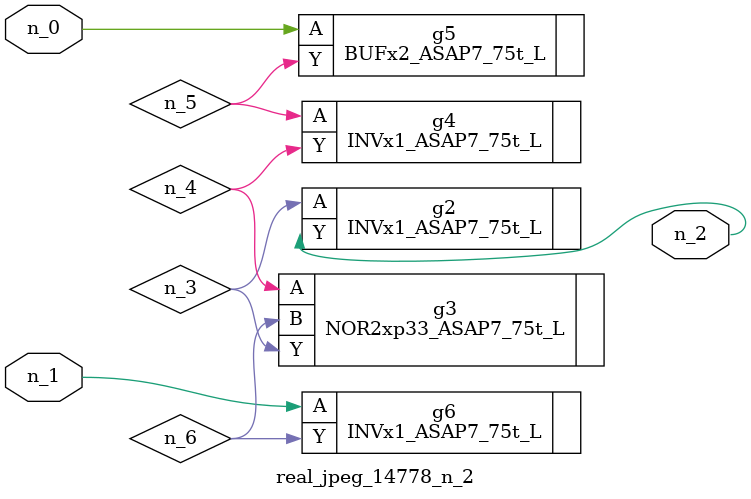
<source format=v>
module real_jpeg_14778_n_2 (n_1, n_0, n_2);

input n_1;
input n_0;

output n_2;

wire n_5;
wire n_4;
wire n_6;
wire n_3;

BUFx2_ASAP7_75t_L g5 ( 
.A(n_0),
.Y(n_5)
);

INVx1_ASAP7_75t_L g6 ( 
.A(n_1),
.Y(n_6)
);

INVx1_ASAP7_75t_L g2 ( 
.A(n_3),
.Y(n_2)
);

NOR2xp33_ASAP7_75t_L g3 ( 
.A(n_4),
.B(n_6),
.Y(n_3)
);

INVx1_ASAP7_75t_L g4 ( 
.A(n_5),
.Y(n_4)
);


endmodule
</source>
